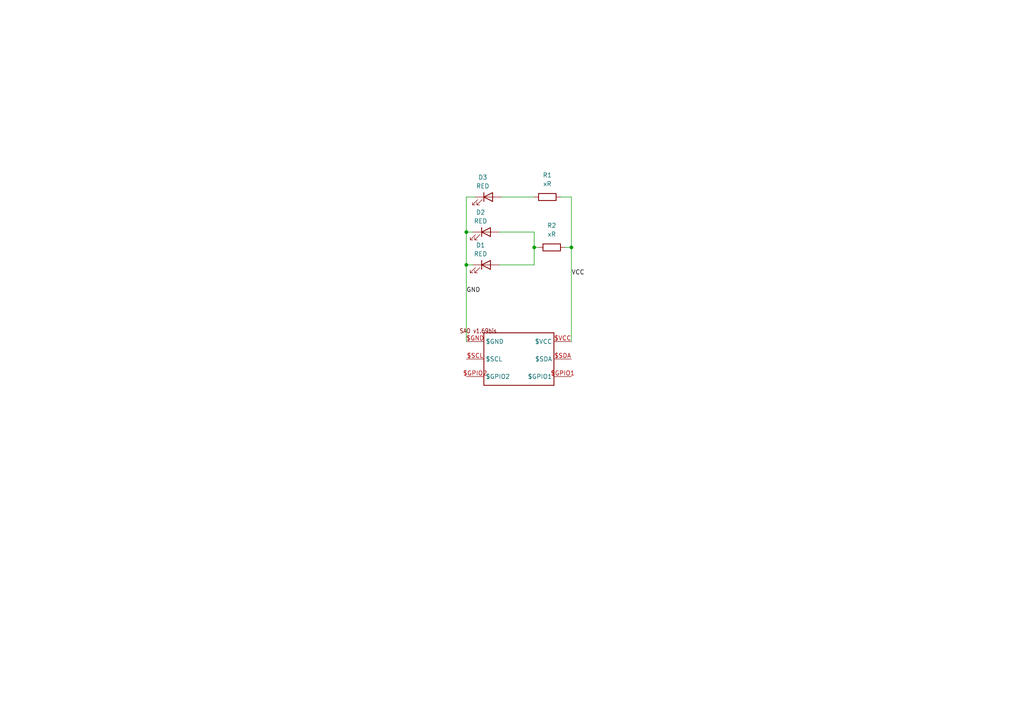
<source format=kicad_sch>
(kicad_sch
	(version 20231120)
	(generator "eeschema")
	(generator_version "8.0")
	(uuid "7ab2d318-bcea-4408-b103-52f53ded4083")
	(paper "A4")
	(lib_symbols
		(symbol "Device:LED"
			(pin_numbers hide)
			(pin_names
				(offset 1.016) hide)
			(exclude_from_sim no)
			(in_bom yes)
			(on_board yes)
			(property "Reference" "D"
				(at 0 2.54 0)
				(effects
					(font
						(size 1.27 1.27)
					)
				)
			)
			(property "Value" "LED"
				(at 0 -2.54 0)
				(effects
					(font
						(size 1.27 1.27)
					)
				)
			)
			(property "Footprint" ""
				(at 0 0 0)
				(effects
					(font
						(size 1.27 1.27)
					)
					(hide yes)
				)
			)
			(property "Datasheet" "~"
				(at 0 0 0)
				(effects
					(font
						(size 1.27 1.27)
					)
					(hide yes)
				)
			)
			(property "Description" "Light emitting diode"
				(at 0 0 0)
				(effects
					(font
						(size 1.27 1.27)
					)
					(hide yes)
				)
			)
			(property "ki_keywords" "LED diode"
				(at 0 0 0)
				(effects
					(font
						(size 1.27 1.27)
					)
					(hide yes)
				)
			)
			(property "ki_fp_filters" "LED* LED_SMD:* LED_THT:*"
				(at 0 0 0)
				(effects
					(font
						(size 1.27 1.27)
					)
					(hide yes)
				)
			)
			(symbol "LED_0_1"
				(polyline
					(pts
						(xy -1.27 -1.27) (xy -1.27 1.27)
					)
					(stroke
						(width 0.254)
						(type default)
					)
					(fill
						(type none)
					)
				)
				(polyline
					(pts
						(xy -1.27 0) (xy 1.27 0)
					)
					(stroke
						(width 0)
						(type default)
					)
					(fill
						(type none)
					)
				)
				(polyline
					(pts
						(xy 1.27 -1.27) (xy 1.27 1.27) (xy -1.27 0) (xy 1.27 -1.27)
					)
					(stroke
						(width 0.254)
						(type default)
					)
					(fill
						(type none)
					)
				)
				(polyline
					(pts
						(xy -3.048 -0.762) (xy -4.572 -2.286) (xy -3.81 -2.286) (xy -4.572 -2.286) (xy -4.572 -1.524)
					)
					(stroke
						(width 0)
						(type default)
					)
					(fill
						(type none)
					)
				)
				(polyline
					(pts
						(xy -1.778 -0.762) (xy -3.302 -2.286) (xy -2.54 -2.286) (xy -3.302 -2.286) (xy -3.302 -1.524)
					)
					(stroke
						(width 0)
						(type default)
					)
					(fill
						(type none)
					)
				)
			)
			(symbol "LED_1_1"
				(pin passive line
					(at -3.81 0 0)
					(length 2.54)
					(name "K"
						(effects
							(font
								(size 1.27 1.27)
							)
						)
					)
					(number "1"
						(effects
							(font
								(size 1.27 1.27)
							)
						)
					)
				)
				(pin passive line
					(at 3.81 0 180)
					(length 2.54)
					(name "A"
						(effects
							(font
								(size 1.27 1.27)
							)
						)
					)
					(number "2"
						(effects
							(font
								(size 1.27 1.27)
							)
						)
					)
				)
			)
		)
		(symbol "Device:R"
			(pin_numbers hide)
			(pin_names
				(offset 0)
			)
			(exclude_from_sim no)
			(in_bom yes)
			(on_board yes)
			(property "Reference" "R"
				(at 2.032 0 90)
				(effects
					(font
						(size 1.27 1.27)
					)
				)
			)
			(property "Value" "R"
				(at 0 0 90)
				(effects
					(font
						(size 1.27 1.27)
					)
				)
			)
			(property "Footprint" ""
				(at -1.778 0 90)
				(effects
					(font
						(size 1.27 1.27)
					)
					(hide yes)
				)
			)
			(property "Datasheet" "~"
				(at 0 0 0)
				(effects
					(font
						(size 1.27 1.27)
					)
					(hide yes)
				)
			)
			(property "Description" "Resistor"
				(at 0 0 0)
				(effects
					(font
						(size 1.27 1.27)
					)
					(hide yes)
				)
			)
			(property "ki_keywords" "R res resistor"
				(at 0 0 0)
				(effects
					(font
						(size 1.27 1.27)
					)
					(hide yes)
				)
			)
			(property "ki_fp_filters" "R_*"
				(at 0 0 0)
				(effects
					(font
						(size 1.27 1.27)
					)
					(hide yes)
				)
			)
			(symbol "R_0_1"
				(rectangle
					(start -1.016 -2.54)
					(end 1.016 2.54)
					(stroke
						(width 0.254)
						(type default)
					)
					(fill
						(type none)
					)
				)
			)
			(symbol "R_1_1"
				(pin passive line
					(at 0 3.81 270)
					(length 1.27)
					(name "~"
						(effects
							(font
								(size 1.27 1.27)
							)
						)
					)
					(number "1"
						(effects
							(font
								(size 1.27 1.27)
							)
						)
					)
				)
				(pin passive line
					(at 0 -3.81 90)
					(length 1.27)
					(name "~"
						(effects
							(font
								(size 1.27 1.27)
							)
						)
					)
					(number "2"
						(effects
							(font
								(size 1.27 1.27)
							)
						)
					)
				)
			)
		)
		(symbol "pirate-eagle-import:SAO-1.69"
			(exclude_from_sim no)
			(in_bom yes)
			(on_board yes)
			(property "Reference" ""
				(at 0 0 0)
				(effects
					(font
						(size 1.27 1.27)
					)
					(hide yes)
				)
			)
			(property "Value" ""
				(at 0 0 0)
				(effects
					(font
						(size 1.27 1.27)
					)
					(hide yes)
				)
			)
			(property "Footprint" "pirate:2X3-SHROUDED-FEMALE"
				(at 0 0 0)
				(effects
					(font
						(size 1.27 1.27)
					)
					(hide yes)
				)
			)
			(property "Datasheet" ""
				(at 0 0 0)
				(effects
					(font
						(size 1.27 1.27)
					)
					(hide yes)
				)
			)
			(property "Description" ""
				(at 0 0 0)
				(effects
					(font
						(size 1.27 1.27)
					)
					(hide yes)
				)
			)
			(property "ki_locked" ""
				(at 0 0 0)
				(effects
					(font
						(size 1.27 1.27)
					)
				)
			)
			(symbol "SAO-1.69_1_0"
				(polyline
					(pts
						(xy 2.54 7.62) (xy 2.54 27.94)
					)
					(stroke
						(width 0.254)
						(type solid)
					)
					(fill
						(type none)
					)
				)
				(polyline
					(pts
						(xy 2.54 27.94) (xy 17.78 27.94)
					)
					(stroke
						(width 0.254)
						(type solid)
					)
					(fill
						(type none)
					)
				)
				(polyline
					(pts
						(xy 17.78 7.62) (xy 2.54 7.62)
					)
					(stroke
						(width 0.254)
						(type solid)
					)
					(fill
						(type none)
					)
				)
				(polyline
					(pts
						(xy 17.78 27.94) (xy 17.78 7.62)
					)
					(stroke
						(width 0.254)
						(type solid)
					)
					(fill
						(type none)
					)
				)
				(text "SAO v1.69bis"
					(at 19.05 11.43 900)
					(effects
						(font
							(size 1.27 1.0795)
						)
						(justify right bottom)
					)
				)
				(pin bidirectional line
					(at 15.24 2.54 90)
					(length 5.08)
					(name "$GND"
						(effects
							(font
								(size 1.27 1.27)
							)
						)
					)
					(number "$GND"
						(effects
							(font
								(size 1.27 1.27)
							)
						)
					)
				)
				(pin bidirectional line
					(at 5.08 33.02 270)
					(length 5.08)
					(name "$GPIO1"
						(effects
							(font
								(size 1.27 1.27)
							)
						)
					)
					(number "$GPIO1"
						(effects
							(font
								(size 1.27 1.27)
							)
						)
					)
				)
				(pin bidirectional line
					(at 5.08 2.54 90)
					(length 5.08)
					(name "$GPIO2"
						(effects
							(font
								(size 1.27 1.27)
							)
						)
					)
					(number "$GPIO2"
						(effects
							(font
								(size 1.27 1.27)
							)
						)
					)
				)
				(pin bidirectional line
					(at 10.16 2.54 90)
					(length 5.08)
					(name "$SCL"
						(effects
							(font
								(size 1.27 1.27)
							)
						)
					)
					(number "$SCL"
						(effects
							(font
								(size 1.27 1.27)
							)
						)
					)
				)
				(pin bidirectional line
					(at 10.16 33.02 270)
					(length 5.08)
					(name "$SDA"
						(effects
							(font
								(size 1.27 1.27)
							)
						)
					)
					(number "$SDA"
						(effects
							(font
								(size 1.27 1.27)
							)
						)
					)
				)
				(pin bidirectional line
					(at 15.24 33.02 270)
					(length 5.08)
					(name "$VCC"
						(effects
							(font
								(size 1.27 1.27)
							)
						)
					)
					(number "$VCC"
						(effects
							(font
								(size 1.27 1.27)
							)
						)
					)
				)
			)
		)
	)
	(junction
		(at 154.94 71.755)
		(diameter 0)
		(color 0 0 0 0)
		(uuid "0bff04be-5652-40d0-b456-aeff16ac73b8")
	)
	(junction
		(at 135.255 67.31)
		(diameter 0)
		(color 0 0 0 0)
		(uuid "753705ae-8332-4a2b-ae97-b43582c28d1c")
	)
	(junction
		(at 135.255 76.835)
		(diameter 0)
		(color 0 0 0 0)
		(uuid "781c77e8-d0c0-4876-9795-f706939937dd")
	)
	(junction
		(at 165.735 71.755)
		(diameter 0)
		(color 0 0 0 0)
		(uuid "bffa2a00-b83a-448d-93d0-700d0a1969df")
	)
	(wire
		(pts
			(xy 135.255 76.835) (xy 135.255 99.06)
		)
		(stroke
			(width 0)
			(type default)
		)
		(uuid "0f15b384-edb9-4690-b000-92e126d8a352")
	)
	(wire
		(pts
			(xy 144.78 67.31) (xy 154.94 67.31)
		)
		(stroke
			(width 0)
			(type default)
		)
		(uuid "1c7d69f7-5cd2-4af0-a2fd-e25fe5a6c5d6")
	)
	(wire
		(pts
			(xy 137.795 57.15) (xy 135.255 57.15)
		)
		(stroke
			(width 0)
			(type default)
		)
		(uuid "1cd35006-7228-46bf-a7b2-d1441681714c")
	)
	(wire
		(pts
			(xy 165.735 71.755) (xy 165.735 99.06)
		)
		(stroke
			(width 0)
			(type default)
		)
		(uuid "296176f3-0cf2-4b49-95ab-d341c6f4c06e")
	)
	(wire
		(pts
			(xy 135.255 67.31) (xy 135.255 76.835)
		)
		(stroke
			(width 0)
			(type default)
		)
		(uuid "2f232868-5878-4d0b-be81-31cc06e00771")
	)
	(wire
		(pts
			(xy 163.83 71.755) (xy 165.735 71.755)
		)
		(stroke
			(width 0)
			(type default)
		)
		(uuid "31a043c8-655b-495c-958d-7f930aa90c62")
	)
	(wire
		(pts
			(xy 137.16 76.835) (xy 135.255 76.835)
		)
		(stroke
			(width 0)
			(type default)
		)
		(uuid "32c988fb-9ae7-48f4-a1f8-dbd908544dce")
	)
	(wire
		(pts
			(xy 154.94 71.755) (xy 156.21 71.755)
		)
		(stroke
			(width 0)
			(type default)
		)
		(uuid "39df8d19-bf30-4e09-8c60-13508c4efff4")
	)
	(wire
		(pts
			(xy 135.255 67.31) (xy 137.16 67.31)
		)
		(stroke
			(width 0)
			(type default)
		)
		(uuid "3fe917b8-ee00-42db-9a95-927008bf03fa")
	)
	(wire
		(pts
			(xy 165.735 57.15) (xy 165.735 71.755)
		)
		(stroke
			(width 0)
			(type default)
		)
		(uuid "41b136bc-80f1-412e-97e8-99278a0ccc3c")
	)
	(wire
		(pts
			(xy 154.94 67.31) (xy 154.94 71.755)
		)
		(stroke
			(width 0)
			(type default)
		)
		(uuid "48d38d68-5914-4c08-b086-95a4b135ee42")
	)
	(wire
		(pts
			(xy 162.56 57.15) (xy 165.735 57.15)
		)
		(stroke
			(width 0)
			(type default)
		)
		(uuid "61e41528-cbbf-4cf5-a008-193808fcea78")
	)
	(wire
		(pts
			(xy 145.415 57.15) (xy 154.94 57.15)
		)
		(stroke
			(width 0)
			(type default)
		)
		(uuid "69310024-200a-4429-ac9e-79abb4afa098")
	)
	(wire
		(pts
			(xy 135.255 57.15) (xy 135.255 67.31)
		)
		(stroke
			(width 0)
			(type default)
		)
		(uuid "70e5e755-a13f-45df-8d79-e6a7ef86e664")
	)
	(wire
		(pts
			(xy 144.78 76.835) (xy 154.94 76.835)
		)
		(stroke
			(width 0)
			(type default)
		)
		(uuid "7c1e1e23-0986-4b7e-b349-b54beda4cac6")
	)
	(wire
		(pts
			(xy 154.94 71.755) (xy 154.94 76.835)
		)
		(stroke
			(width 0)
			(type default)
		)
		(uuid "d9f6153c-fb39-47a1-9b11-ed8a4bbad2d8")
	)
	(label "VCC"
		(at 165.735 80.01 0)
		(fields_autoplaced yes)
		(effects
			(font
				(size 1.27 1.27)
			)
			(justify left bottom)
		)
		(uuid "31762dfe-4ed4-41b8-b105-540fb930fe2b")
	)
	(label "GND"
		(at 135.255 85.09 0)
		(fields_autoplaced yes)
		(effects
			(font
				(size 1.27 1.27)
			)
			(justify left bottom)
		)
		(uuid "87f0a709-1bb1-4265-acc7-bdc5f56fd0a0")
	)
	(symbol
		(lib_id "Device:R")
		(at 160.02 71.755 90)
		(unit 1)
		(exclude_from_sim no)
		(in_bom yes)
		(on_board yes)
		(dnp no)
		(uuid "252b65eb-22cb-4da7-9a30-b232644de8ff")
		(property "Reference" "R2"
			(at 160.02 65.405 90)
			(effects
				(font
					(size 1.27 1.27)
				)
			)
		)
		(property "Value" "xR"
			(at 160.02 67.945 90)
			(effects
				(font
					(size 1.27 1.27)
				)
			)
		)
		(property "Footprint" "LED_SMD:LED_0402_1005Metric"
			(at 160.02 73.533 90)
			(effects
				(font
					(size 1.27 1.27)
				)
				(hide yes)
			)
		)
		(property "Datasheet" "~"
			(at 160.02 71.755 0)
			(effects
				(font
					(size 1.27 1.27)
				)
				(hide yes)
			)
		)
		(property "Description" "Resistor"
			(at 160.02 71.755 0)
			(effects
				(font
					(size 1.27 1.27)
				)
				(hide yes)
			)
		)
		(pin "1"
			(uuid "a333267f-07c1-42fe-9a83-f2d68f31e7b3")
		)
		(pin "2"
			(uuid "552d434a-aaab-4dcd-9e2e-46263a7403d5")
		)
		(instances
			(project "pirate"
				(path "/7ab2d318-bcea-4408-b103-52f53ded4083"
					(reference "R2")
					(unit 1)
				)
			)
		)
	)
	(symbol
		(lib_id "Device:LED")
		(at 140.97 67.31 0)
		(unit 1)
		(exclude_from_sim no)
		(in_bom yes)
		(on_board yes)
		(dnp no)
		(fields_autoplaced yes)
		(uuid "2d4c94cb-a96e-4f53-ba68-3ca03773a838")
		(property "Reference" "D2"
			(at 139.3825 61.595 0)
			(effects
				(font
					(size 1.27 1.27)
				)
			)
		)
		(property "Value" "RED"
			(at 139.3825 64.135 0)
			(effects
				(font
					(size 1.27 1.27)
				)
			)
		)
		(property "Footprint" "LED_SMD:LED_0402_1005Metric"
			(at 140.97 67.31 0)
			(effects
				(font
					(size 1.27 1.27)
				)
				(hide yes)
			)
		)
		(property "Datasheet" "~"
			(at 140.97 67.31 0)
			(effects
				(font
					(size 1.27 1.27)
				)
				(hide yes)
			)
		)
		(property "Description" "Light emitting diode"
			(at 140.97 67.31 0)
			(effects
				(font
					(size 1.27 1.27)
				)
				(hide yes)
			)
		)
		(pin "1"
			(uuid "f361ab26-4bc2-44c2-80db-e7559b9c2d98")
		)
		(pin "2"
			(uuid "377e72c5-77ee-461a-ad6d-8a09215ab8b9")
		)
		(instances
			(project "pirate"
				(path "/7ab2d318-bcea-4408-b103-52f53ded4083"
					(reference "D2")
					(unit 1)
				)
			)
		)
	)
	(symbol
		(lib_id "Device:LED")
		(at 141.605 57.15 0)
		(unit 1)
		(exclude_from_sim no)
		(in_bom yes)
		(on_board yes)
		(dnp no)
		(fields_autoplaced yes)
		(uuid "7cc8b5ec-5950-4af5-abed-5dbc1e9b3bd7")
		(property "Reference" "D3"
			(at 140.0175 51.435 0)
			(effects
				(font
					(size 1.27 1.27)
				)
			)
		)
		(property "Value" "RED"
			(at 140.0175 53.975 0)
			(effects
				(font
					(size 1.27 1.27)
				)
			)
		)
		(property "Footprint" "LED_SMD:LED_0402_1005Metric"
			(at 141.605 57.15 0)
			(effects
				(font
					(size 1.27 1.27)
				)
				(hide yes)
			)
		)
		(property "Datasheet" "~"
			(at 141.605 57.15 0)
			(effects
				(font
					(size 1.27 1.27)
				)
				(hide yes)
			)
		)
		(property "Description" "Light emitting diode"
			(at 141.605 57.15 0)
			(effects
				(font
					(size 1.27 1.27)
				)
				(hide yes)
			)
		)
		(pin "1"
			(uuid "d08e8d1b-153a-4958-aa70-f9bd3693e085")
		)
		(pin "2"
			(uuid "99308f87-7db4-4115-9c38-d6fd1ed74cba")
		)
		(instances
			(project "pirate"
				(path "/7ab2d318-bcea-4408-b103-52f53ded4083"
					(reference "D3")
					(unit 1)
				)
			)
		)
	)
	(symbol
		(lib_id "pirate-eagle-import:SAO-1.69")
		(at 132.715 114.3 270)
		(mirror x)
		(unit 1)
		(exclude_from_sim no)
		(in_bom yes)
		(on_board yes)
		(dnp no)
		(uuid "7cf7bb79-9c5a-4ce2-9455-5e194fc58fdd")
		(property "Reference" "U$1"
			(at 132.715 114.3 0)
			(effects
				(font
					(size 1.27 1.27)
				)
				(hide yes)
			)
		)
		(property "Value" "SAO-1.69"
			(at 132.715 114.3 0)
			(effects
				(font
					(size 1.27 1.27)
				)
				(hide yes)
			)
		)
		(property "Footprint" "pirate:2X3-SHROUDED-FEMALE"
			(at 132.715 114.3 0)
			(effects
				(font
					(size 1.27 1.27)
				)
				(hide yes)
			)
		)
		(property "Datasheet" ""
			(at 132.715 114.3 0)
			(effects
				(font
					(size 1.27 1.27)
				)
				(hide yes)
			)
		)
		(property "Description" ""
			(at 132.715 114.3 0)
			(effects
				(font
					(size 1.27 1.27)
				)
				(hide yes)
			)
		)
		(pin "$GPIO1"
			(uuid "aa616a16-1df4-4d4c-9a13-8509bb369e6a")
		)
		(pin "$GPIO2"
			(uuid "5baa4688-a90c-43b7-ba1b-e720a20d32cc")
		)
		(pin "$SCL"
			(uuid "6fdf20bd-cb4f-4cba-8535-a30dc89ac978")
		)
		(pin "$VCC"
			(uuid "722e43a7-b8cf-4ac1-b802-1e6c95cb0a67")
		)
		(pin "$SDA"
			(uuid "f3de6986-dde0-4280-bf89-4509602acc05")
		)
		(pin "$GND"
			(uuid "23e77584-c9c1-479d-a1ac-ecd53f43160f")
		)
		(instances
			(project "pirate"
				(path "/7ab2d318-bcea-4408-b103-52f53ded4083"
					(reference "U$1")
					(unit 1)
				)
			)
		)
	)
	(symbol
		(lib_id "Device:R")
		(at 158.75 57.15 90)
		(unit 1)
		(exclude_from_sim no)
		(in_bom yes)
		(on_board yes)
		(dnp no)
		(fields_autoplaced yes)
		(uuid "a9cc5396-96f0-4849-a541-31050dad93c5")
		(property "Reference" "R1"
			(at 158.75 50.8 90)
			(effects
				(font
					(size 1.27 1.27)
				)
			)
		)
		(property "Value" "xR"
			(at 158.75 53.34 90)
			(effects
				(font
					(size 1.27 1.27)
				)
			)
		)
		(property "Footprint" "LED_SMD:LED_0402_1005Metric"
			(at 158.75 58.928 90)
			(effects
				(font
					(size 1.27 1.27)
				)
				(hide yes)
			)
		)
		(property "Datasheet" "~"
			(at 158.75 57.15 0)
			(effects
				(font
					(size 1.27 1.27)
				)
				(hide yes)
			)
		)
		(property "Description" "Resistor"
			(at 158.75 57.15 0)
			(effects
				(font
					(size 1.27 1.27)
				)
				(hide yes)
			)
		)
		(pin "1"
			(uuid "f36c9100-b44f-4e4a-834b-0928a0f382fc")
		)
		(pin "2"
			(uuid "f7063de5-8bb5-4820-b8ad-5c8e41d61f85")
		)
		(instances
			(project "pirate"
				(path "/7ab2d318-bcea-4408-b103-52f53ded4083"
					(reference "R1")
					(unit 1)
				)
			)
		)
	)
	(symbol
		(lib_id "Device:LED")
		(at 140.97 76.835 0)
		(unit 1)
		(exclude_from_sim no)
		(in_bom yes)
		(on_board yes)
		(dnp no)
		(fields_autoplaced yes)
		(uuid "b54bfe15-4dfe-42b6-8d12-ac3add21cc93")
		(property "Reference" "D1"
			(at 139.3825 71.12 0)
			(effects
				(font
					(size 1.27 1.27)
				)
			)
		)
		(property "Value" "RED"
			(at 139.3825 73.66 0)
			(effects
				(font
					(size 1.27 1.27)
				)
			)
		)
		(property "Footprint" "LED_SMD:LED_0402_1005Metric"
			(at 140.97 76.835 0)
			(effects
				(font
					(size 1.27 1.27)
				)
				(hide yes)
			)
		)
		(property "Datasheet" "~"
			(at 140.97 76.835 0)
			(effects
				(font
					(size 1.27 1.27)
				)
				(hide yes)
			)
		)
		(property "Description" "Light emitting diode"
			(at 140.97 76.835 0)
			(effects
				(font
					(size 1.27 1.27)
				)
				(hide yes)
			)
		)
		(pin "1"
			(uuid "c90ae1ad-6624-4ad6-99f1-ca64b36baafc")
		)
		(pin "2"
			(uuid "1278ac58-9371-4cd9-b6de-d1a7d812a897")
		)
		(instances
			(project "pirate"
				(path "/7ab2d318-bcea-4408-b103-52f53ded4083"
					(reference "D1")
					(unit 1)
				)
			)
		)
	)
	(sheet_instances
		(path "/"
			(page "1")
		)
	)
)
</source>
